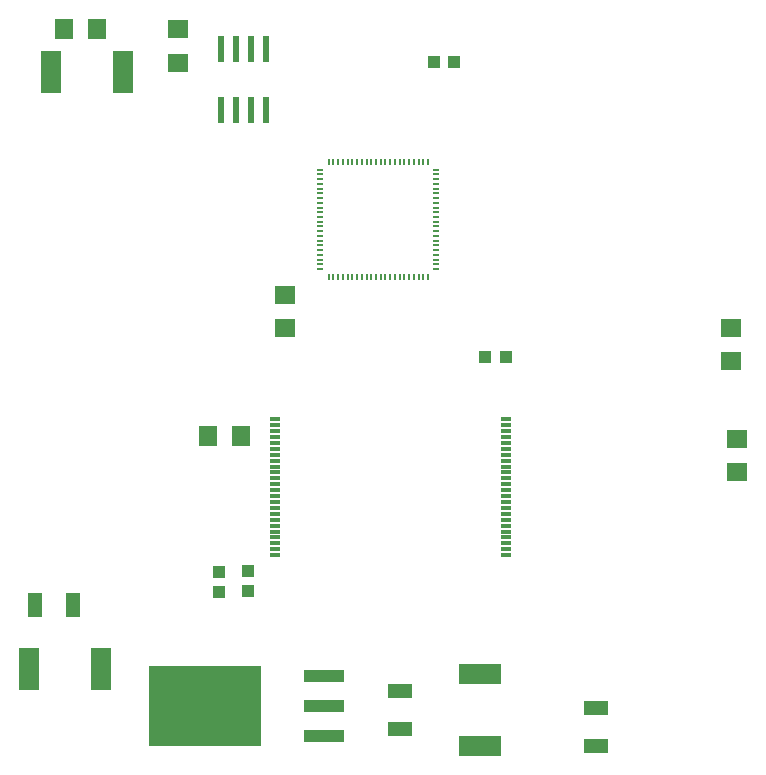
<source format=gtp>
G75*
G70*
%OFA0B0*%
%FSLAX24Y24*%
%IPPOS*%
%LPD*%
%AMOC8*
5,1,8,0,0,1.08239X$1,22.5*
%
%ADD10R,0.0236X0.0079*%
%ADD11R,0.0079X0.0236*%
%ADD12R,0.0709X0.0630*%
%ADD13R,0.0630X0.0709*%
%ADD14R,0.0787X0.0472*%
%ADD15R,0.0433X0.0394*%
%ADD16R,0.0394X0.0433*%
%ADD17R,0.1400X0.0700*%
%ADD18R,0.0700X0.1400*%
%ADD19R,0.0240X0.0870*%
%ADD20R,0.1339X0.0394*%
%ADD21R,0.3780X0.2677*%
%ADD22R,0.0472X0.0787*%
%ADD23R,0.0354X0.0118*%
D10*
X011295Y017635D03*
X011295Y017793D03*
X011295Y017950D03*
X011295Y018108D03*
X011295Y018265D03*
X011295Y018423D03*
X011295Y018580D03*
X011295Y018738D03*
X011295Y018895D03*
X011295Y019053D03*
X011295Y019210D03*
X011295Y019368D03*
X011295Y019525D03*
X011295Y019683D03*
X011295Y019840D03*
X011295Y019997D03*
X011295Y020155D03*
X011295Y020312D03*
X011295Y020470D03*
X011295Y020627D03*
X011295Y020785D03*
X011295Y020942D03*
X015161Y020942D03*
X015161Y020785D03*
X015161Y020627D03*
X015161Y020470D03*
X015161Y020312D03*
X015161Y020155D03*
X015161Y019997D03*
X015161Y019840D03*
X015161Y019683D03*
X015161Y019525D03*
X015161Y019368D03*
X015161Y019210D03*
X015161Y019053D03*
X015161Y018895D03*
X015161Y018738D03*
X015161Y018580D03*
X015161Y018423D03*
X015161Y018265D03*
X015161Y018108D03*
X015161Y017950D03*
X015161Y017793D03*
X015161Y017635D03*
D11*
X014882Y017356D03*
X014724Y017356D03*
X014567Y017356D03*
X014410Y017356D03*
X014252Y017356D03*
X014095Y017356D03*
X013937Y017356D03*
X013780Y017356D03*
X013622Y017356D03*
X013465Y017356D03*
X013307Y017356D03*
X013150Y017356D03*
X012992Y017356D03*
X012835Y017356D03*
X012677Y017356D03*
X012520Y017356D03*
X012362Y017356D03*
X012205Y017356D03*
X012047Y017356D03*
X011890Y017356D03*
X011732Y017356D03*
X011575Y017356D03*
X011575Y021214D03*
X011732Y021214D03*
X011890Y021214D03*
X012047Y021214D03*
X012205Y021214D03*
X012362Y021214D03*
X012520Y021214D03*
X012677Y021214D03*
X012835Y021214D03*
X012992Y021214D03*
X013150Y021214D03*
X013307Y021214D03*
X013465Y021214D03*
X013622Y021214D03*
X013780Y021214D03*
X013937Y021214D03*
X014095Y021214D03*
X014252Y021214D03*
X014410Y021214D03*
X014567Y021214D03*
X014724Y021214D03*
X014882Y021214D03*
D12*
X010104Y016769D03*
X010104Y015667D03*
X006565Y024517D03*
X006565Y025620D03*
X024992Y015665D03*
X024992Y014562D03*
X025185Y011958D03*
X025185Y010856D03*
D13*
X008636Y012080D03*
X007534Y012080D03*
X003856Y025639D03*
X002754Y025639D03*
D14*
X013955Y003551D03*
X013955Y002291D03*
X020480Y001744D03*
X020480Y003003D03*
D15*
X017469Y014714D03*
X016799Y014714D03*
X015762Y024533D03*
X015093Y024533D03*
D16*
X008888Y007555D03*
X008888Y006885D03*
X007923Y006866D03*
X007923Y007535D03*
D17*
X016624Y004133D03*
X016624Y001733D03*
D18*
X001574Y004309D03*
X003974Y004309D03*
X004704Y024190D03*
X002304Y024190D03*
D19*
X007974Y024980D03*
X008474Y024980D03*
X008974Y024980D03*
X009474Y024980D03*
X009474Y022920D03*
X008974Y022920D03*
X008474Y022920D03*
X007974Y022920D03*
D20*
X011415Y004084D03*
X011415Y003084D03*
X011415Y002084D03*
D21*
X007439Y003084D03*
D22*
X003055Y006419D03*
X001795Y006419D03*
D23*
X009793Y008096D03*
X009793Y008293D03*
X009793Y008490D03*
X009793Y008686D03*
X009793Y008883D03*
X009793Y009080D03*
X009793Y009277D03*
X009793Y009474D03*
X009793Y009671D03*
X009793Y009868D03*
X009793Y010064D03*
X009793Y010261D03*
X009793Y010458D03*
X009793Y010655D03*
X009793Y010852D03*
X009793Y011049D03*
X009793Y011246D03*
X009793Y011442D03*
X009793Y011639D03*
X009793Y011836D03*
X009793Y012033D03*
X009793Y012230D03*
X009793Y012427D03*
X009793Y012623D03*
X017471Y012623D03*
X017471Y012427D03*
X017471Y012230D03*
X017471Y012033D03*
X017471Y011836D03*
X017471Y011639D03*
X017471Y011442D03*
X017471Y011246D03*
X017471Y011049D03*
X017471Y010852D03*
X017471Y010655D03*
X017471Y010458D03*
X017471Y010261D03*
X017471Y010064D03*
X017471Y009868D03*
X017471Y009671D03*
X017471Y009474D03*
X017471Y009277D03*
X017471Y009080D03*
X017471Y008883D03*
X017471Y008686D03*
X017471Y008490D03*
X017471Y008293D03*
X017471Y008096D03*
M02*

</source>
